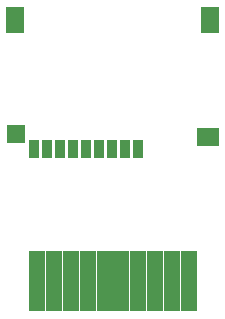
<source format=gbr>
%FSDAX44Y44*%
%MOMM*%
%SFA1B1*%

%IPPOS*%
%ADD18R,0.903198X1.603297*%
%ADD19R,1.483097X1.603297*%
%ADD20R,1.603297X2.203196*%
%ADD21R,1.378197X5.203190*%
%ADD22R,1.981196X1.603297*%
%LNadapter_soldermask_top-1*%
%LPD*%
G54D18*
X00297400Y00392938D03*
X00308398D03*
X00319399D03*
X00330400D03*
X00341400D03*
X00352399D03*
X00363399D03*
X00374400D03*
X00385398D03*
G54D19*
X00281686Y00406099D03*
G54D20*
X00280924Y00502099D03*
X00446024D03*
G54D21*
X00428124Y00281700D03*
X00413874D03*
X00399625D03*
X00385373D03*
X00371123D03*
X00356874D03*
X00342625D03*
X00328373D03*
X00314123D03*
X00299874D03*
G54D22*
X00444500Y00403098D03*
M02*
</source>
